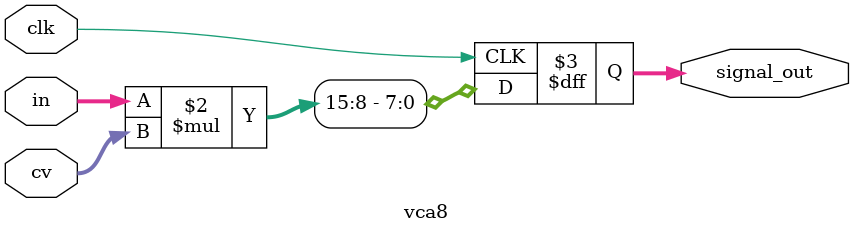
<source format=v>
module vca8(clk, in, cv, signal_out);

input wire clk;
input wire [7:0] in, cv;
output reg [7:0] signal_out;
reg [15:0] result;

always @(posedge clk)
begin
  result = in * cv;
  signal_out = result[15:8];
end

endmodule

</source>
